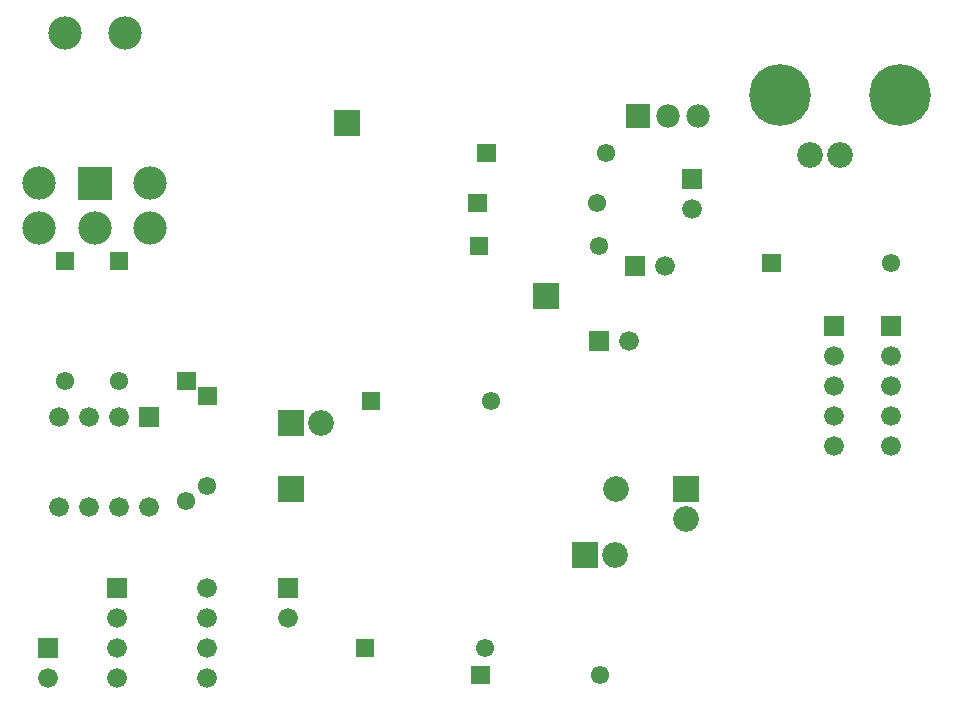
<source format=gbr>
G04 start of page 5 for group 2 layer_idx 5 *
G04 Title: (unknown), top_mask *
G04 Creator: pcb-rnd 2.0.1 *
G04 CreationDate: 2018-11-08 18:27:00 UTC *
G04 For:  *
G04 Format: Gerber/RS-274X *
G04 PCB-Dimensions: 316500 250000 *
G04 PCB-Coordinate-Origin: lower left *
%MOIN*%
%FSLAX25Y25*%
%LNTOPMASK*%
%ADD58C,0.0860*%
%ADD57C,0.2060*%
%ADD56C,0.0780*%
%ADD55C,0.0660*%
%ADD54C,0.0610*%
%ADD53C,0.0001*%
%ADD52C,0.1110*%
G54D52*X22000Y237500D03*
G54D53*G36*
X26450Y193050D02*X37550D01*
Y181950D01*
X26450D01*
Y193050D01*
G37*
G36*
X18950Y164550D02*X25050D01*
Y158450D01*
X18950D01*
Y164550D01*
G37*
G36*
X36950D02*X43050D01*
Y158450D01*
X36950D01*
Y164550D01*
G37*
G54D54*X40000Y121500D03*
G54D52*X32000Y172500D03*
G54D55*X40000Y109500D03*
X30000D03*
X20000D03*
G54D54*X22000Y121500D03*
G54D55*X20000Y79500D03*
X30000D03*
X40000D03*
G54D53*G36*
X36200Y55800D02*X42800D01*
Y49200D01*
X36200D01*
Y55800D01*
G37*
G54D55*X39500Y42500D03*
Y32500D03*
Y22500D03*
G54D53*G36*
X209100Y213900D02*X216900D01*
Y206100D01*
X209100D01*
Y213900D01*
G37*
G54D56*X223000Y210000D03*
X233000D03*
G54D57*X260500Y217000D03*
X300500D03*
G54D58*X270500Y197000D03*
X280500D03*
G54D53*G36*
X234300Y185700D02*X227700D01*
Y192300D01*
X234300D01*
Y185700D01*
G37*
G54D55*X231000Y179000D03*
G54D53*G36*
X294200Y143300D02*X300800D01*
Y136700D01*
X294200D01*
Y143300D01*
G37*
G54D55*X297500Y130000D03*
Y120000D03*
G54D54*Y161000D03*
G54D55*Y110000D03*
Y100000D03*
G54D53*G36*
X233300Y89800D02*Y81200D01*
X224700D01*
Y89800D01*
X233300D01*
G37*
G54D58*X229000Y75500D03*
G54D53*G36*
X275200Y143300D02*X281800D01*
Y136700D01*
X275200D01*
Y143300D01*
G37*
G54D55*X210000Y135000D03*
G54D53*G36*
X215300Y163300D02*Y156700D01*
X208700D01*
Y163300D01*
X215300D01*
G37*
G54D55*X222000Y160000D03*
G54D53*G36*
X254450Y164050D02*X260550D01*
Y157950D01*
X254450D01*
Y164050D01*
G37*
G54D55*X278500Y130000D03*
Y120000D03*
Y110000D03*
Y100000D03*
G54D52*X42000Y237500D03*
X13500Y187500D03*
X50500D03*
Y172500D03*
G54D53*G36*
X46700Y112800D02*X53300D01*
Y106200D01*
X46700D01*
Y112800D01*
G37*
G54D55*X50000Y79500D03*
G54D53*G36*
X72550Y119550D02*Y113450D01*
X66450D01*
Y119550D01*
X72550D01*
G37*
G54D54*X69500Y86500D03*
G54D53*G36*
X65550Y124550D02*Y118450D01*
X59450D01*
Y124550D01*
X65550D01*
G37*
G54D54*X62500Y81500D03*
G54D53*G36*
X99800Y49200D02*X93200D01*
Y55800D01*
X99800D01*
Y49200D01*
G37*
G54D55*X96500Y42500D03*
X69500Y22500D03*
Y32500D03*
Y42500D03*
Y52500D03*
G54D53*G36*
X118950Y35550D02*X125050D01*
Y29450D01*
X118950D01*
Y35550D01*
G37*
G54D54*X162000Y32500D03*
G54D53*G36*
X157450Y26550D02*X163550D01*
Y20450D01*
X157450D01*
Y26550D01*
G37*
G54D54*X200500Y23500D03*
G54D53*G36*
X191200Y67800D02*X199800D01*
Y59200D01*
X191200D01*
Y67800D01*
G37*
G54D58*X205500Y63500D03*
X205800Y85500D03*
G54D53*G36*
X159450Y200550D02*X165550D01*
Y194450D01*
X159450D01*
Y200550D01*
G37*
G36*
X111700Y211800D02*X120300D01*
Y203200D01*
X111700D01*
Y211800D01*
G37*
G54D54*X202500Y197500D03*
X199500Y181000D03*
G54D53*G36*
X203300Y138300D02*Y131700D01*
X196700D01*
Y138300D01*
X203300D01*
G37*
G54D54*X200000Y166700D03*
G54D53*G36*
X178200Y154300D02*X186800D01*
Y145700D01*
X178200D01*
Y154300D01*
G37*
G36*
X162550Y184050D02*Y177950D01*
X156450D01*
Y184050D01*
X162550D01*
G37*
G36*
X163050Y169750D02*Y163650D01*
X156950D01*
Y169750D01*
X163050D01*
G37*
G36*
X127050Y111950D02*X120950D01*
Y118050D01*
X127050D01*
Y111950D01*
G37*
G54D54*X164000Y115000D03*
G54D53*G36*
X93200Y111800D02*X101800D01*
Y103200D01*
X93200D01*
Y111800D01*
G37*
G54D58*X107500Y107500D03*
G54D53*G36*
X93200Y89800D02*X101800D01*
Y81200D01*
X93200D01*
Y89800D01*
G37*
G54D52*X13500Y172500D03*
G54D53*G36*
X19800Y29200D02*X13200D01*
Y35800D01*
X19800D01*
Y29200D01*
G37*
G54D55*X16500Y22500D03*
M02*

</source>
